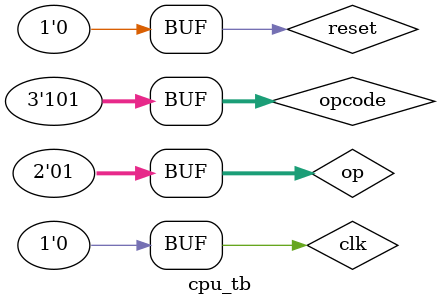
<source format=v>
module cpu(clk, reset, opcode, op,loadpc, msel, mwrite, loadir, nsel, vsel, write, looada, looadb, looadc, looads, asel, bsel);
  input reset, clk;
  input [2:0] opcode;
  input [1:0] op;
  output loadir, loadpc, msel, mwrite, looada, looadb, looadc, looads, asel, bsel, write;
  output [2:0] nsel;
  output [1:0] vsel;
  wire [4:0] current_state, next_state_reset;
  reg [4:0] next_state;
  reg [15:0] out;
   //loadpc(1),msel(1),mwrite(1),loadir(1),nsel(3),vsel(2),write(1),looada(1),looadb(1),looadc(1),looads(1),asel(1),bsel(1)
  `define HW 5
  `define H0 5'b00000//1st state after reset
  `define H1 5'b00001//loadIR
  `define H2 5'b00010//update PC
  `define H3 5'b00011//read decode (opcode)
  `define H4 5'b00100//1st step in operation
  `define H5 5'b00101//2nd step in operation
  `define H6 5'b00110//3rd step in operation

  vDFFE #(`HW) STATE(clk,1'b1, next_state_reset,current_state);
  assign next_state_reset= reset ? `H0 : next_state;

  always @(*) begin
    casex ({current_state,opcode,op})
    {`H0,3'bxxx,2'bxx} : {next_state,out} = {`H1,16'b0000000000000000};//1st state after reset
    {`H1,3'bxxx,2'bxx} : {next_state,out} = {`H2,16'b0001001000000000};//loadIR
    {`H2,3'bxxx,2'bxx} : {next_state,out} = {`H3,16'b1000001001000000};//update PC
    {`H3,3'bxxx,2'bxx} : {next_state,out} = {`H4,16'b0000100000100000};//decode state (reading decode)

    {`H4,3'b110,2'b10} : {next_state,out[15:12],out[11:9],out[8:0]} = {`H5,4'b0000,3'b100,9'b001010000};//mov Rn,#<imm8>
    {`H5,3'b110,2'b10} : {next_state,out[15:12],out[11:9],out[8:0]} = {`H6,4'b0000,3'b000,9'b000001100};
    {`H6,3'b110,2'b10} : {next_state,out[15:12],out[11:9],out[8:0]} = {`H1,4'b0000,3'b001,9'b100000000};

    {`H4,3'b110,2'b00} : {next_state,out[15:12],out[11:9],out[8:0]} = {`H5,4'b0000,3'b100,9'b001010000};//mov Rd,Rm{,<sh_op>}
    {`H5,3'b110,2'b00} : {next_state,out[15:12],out[11:9],out[8:0]} = {`H6,4'b0000,3'b000,9'b000001100};
    {`H6,3'b110,2'b00} : {next_state,out[15:12],out[11:9],out[8:0]} = {`H1,4'b0000,3'b010,9'b100000000};

    {`H4,3'b101,2'bx0} : {next_state,out[15:12],out[11:9],out[8:0]} = {`H5,4'b0000,3'b100,9'b001010000};  //ADD & AND
    {`H5,3'b101,2'bx0} : {next_state,out[15:12],out[11:9],out[8:0]} = {`H6,4'b0000,3'b000,9'b000001100};
    {`H6,3'b101,2'bx0} : {next_state,out[15:12],out[11:9],out[8:0]} = {`H1,4'b0000,3'b010,9'b100000000};

    {`H4,3'b101,2'b11} : {next_state,out[15:12],out[11:9],out[8:0]} = {`H5,4'b0000,3'b100,9'b001010000};   //MVN
    {`H5,3'b101,2'b11} : {next_state,out[15:12],out[11:9],out[8:0]} = {`H6,4'b0000,3'b000,9'b000001100};
    {`H6,3'b101,2'b11} : {next_state,out[15:12],out[11:9],out[8:0]} = {`H1,4'b0000,3'b010,9'b100000000};

    {`H4,3'b101,2'b01} : {next_state,out[15:12],out[11:9],out[8:0]} = {`H5,4'b0000,3'b100,9'b001010000}; //CMP
    {`H5,3'b101,2'b01} : {next_state,out[15:12],out[11:9],out[8:0]} = {`H1,4'b0000,3'b010,9'b000000100};
    endcase
  end
   //loadpc(1),msel(1),mwrite(1),loadir(1),nsel(3),vsel(2),write(1),looada(1),looadb(1),looadc(1),looads(1),asel(1),bsel(1)
  assign {loadpc,msel,mwrite,loadir}={out[15:12]};
  assign {nsel,vsel}={out[11:7]};
  assign {write,looada,looadb,looadc,looads,asel,bsel}={out[6:0]};
endmodule

module cpu_tb();
  reg reset, clk;
  reg [2:0] opcode;
  reg [1:0] op;
  wire loadir, loadpc, msel, mwrite, looada, looadb, looadc, looads, asel, bsel, write;
  wire [2:0] nsel;
  wire [1:0] vsel;
  cpu dut(clk, reset, opcode, op, loadpc, msel, mwrite, loadir, nsel, vsel, write, looada, looadb, looadc, looads, asel, bsel);

  initial begin
    clk=1'b0;reset=1'b1;opcode=3'b110; op=2'b10;
    #100

    clk=1'b1;reset=1'b0;
    #100
    clk=1'b0;
    #100

    clk=1'b1;
    #100
    clk=1'b0;
    #100

    clk=1'b1;
    #100
    clk=1'b0;
    #100

    clk=1'b1;
    #100
    clk=1'b0;
    #100

    clk=1'b1;//enter mov function
    #100
    clk=1'b0;
    #100

    clk=1'b1;
    #100
    clk=1'b0;
    #100

    clk=1'b1;
    #100
    clk=1'b0;
    #100     //get output here

    clk=1'b1;opcode=3'b101; op=2'b00;
    #100
    clk=1'b0;
    #100;

    clk=1'b1;
    #100
    clk=1'b0;
    #100;

    clk=1'b1;
    #100
    clk=1'b0;
    #100;

    clk=1'b1;
    #100
    clk=1'b0;
    #100;

    clk=1'b1;
    #100
    clk=1'b0;
    #100;     //finish ADD

    clk=1'b1;opcode=3'b101;op=2'b01;
    #100
    clk=1'b0;
    #100;

    clk=1'b1;
    #100
    clk=1'b0;
    #100;

    clk=1'b1;
    #100
    clk=1'b0;
    #100;

    clk=1'b1;
    #100
    clk=1'b0;
    #100;

    clk=1'b1;
    #100
    clk=1'b0;
    #100;

    clk=1'b1;
    #100
    clk=1'b0;
    #100;
  end
endmodule

</source>
